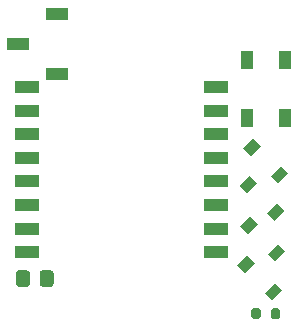
<source format=gbr>
%TF.GenerationSoftware,KiCad,Pcbnew,(5.1.9)-1*%
%TF.CreationDate,2021-06-07T11:13:51+02:00*%
%TF.ProjectId,esp32PicoD4,65737033-3250-4696-936f-44342e6b6963,rev?*%
%TF.SameCoordinates,Original*%
%TF.FileFunction,Paste,Bot*%
%TF.FilePolarity,Positive*%
%FSLAX46Y46*%
G04 Gerber Fmt 4.6, Leading zero omitted, Abs format (unit mm)*
G04 Created by KiCad (PCBNEW (5.1.9)-1) date 2021-06-07 11:13:51*
%MOMM*%
%LPD*%
G01*
G04 APERTURE LIST*
%ADD10R,1.900000X1.000000*%
%ADD11C,0.100000*%
%ADD12R,1.000000X1.500000*%
%ADD13R,2.000000X1.000000*%
G04 APERTURE END LIST*
%TO.C,R9*%
G36*
G01*
X207093000Y-102087000D02*
X207093000Y-102637000D01*
G75*
G02*
X206893000Y-102837000I-200000J0D01*
G01*
X206493000Y-102837000D01*
G75*
G02*
X206293000Y-102637000I0J200000D01*
G01*
X206293000Y-102087000D01*
G75*
G02*
X206493000Y-101887000I200000J0D01*
G01*
X206893000Y-101887000D01*
G75*
G02*
X207093000Y-102087000I0J-200000D01*
G01*
G37*
G36*
G01*
X208743000Y-102087000D02*
X208743000Y-102637000D01*
G75*
G02*
X208543000Y-102837000I-200000J0D01*
G01*
X208143000Y-102837000D01*
G75*
G02*
X207943000Y-102637000I0J200000D01*
G01*
X207943000Y-102087000D01*
G75*
G02*
X208143000Y-101887000I200000J0D01*
G01*
X208543000Y-101887000D01*
G75*
G02*
X208743000Y-102087000I0J-200000D01*
G01*
G37*
%TD*%
D10*
%TO.C,J2*%
X189864000Y-76962000D03*
X189864000Y-82042000D03*
X186564000Y-79502000D03*
%TD*%
D11*
%TO.C,D7*%
G36*
X206736462Y-91333934D02*
G01*
X205887934Y-92182462D01*
X205251538Y-91546066D01*
X206100066Y-90697538D01*
X206736462Y-91333934D01*
G37*
G36*
X209069914Y-93667386D02*
G01*
X208221386Y-94515914D01*
X207584990Y-93879518D01*
X208433518Y-93030990D01*
X209069914Y-93667386D01*
G37*
%TD*%
%TO.C,D6*%
G36*
X206839736Y-94739208D02*
G01*
X205991208Y-95587736D01*
X205354812Y-94951340D01*
X206203340Y-94102812D01*
X206839736Y-94739208D01*
G37*
G36*
X209173188Y-97072660D02*
G01*
X208324660Y-97921188D01*
X207688264Y-97284792D01*
X208536792Y-96436264D01*
X209173188Y-97072660D01*
G37*
%TD*%
%TO.C,D5*%
G36*
X206585736Y-98041208D02*
G01*
X205737208Y-98889736D01*
X205100812Y-98253340D01*
X205949340Y-97404812D01*
X206585736Y-98041208D01*
G37*
G36*
X208919188Y-100374660D02*
G01*
X208070660Y-101223188D01*
X207434264Y-100586792D01*
X208282792Y-99738264D01*
X208919188Y-100374660D01*
G37*
%TD*%
%TO.C,D2*%
G36*
X207942264Y-90680792D02*
G01*
X208790792Y-89832264D01*
X209427188Y-90468660D01*
X208578660Y-91317188D01*
X207942264Y-90680792D01*
G37*
G36*
X205608812Y-88347340D02*
G01*
X206457340Y-87498812D01*
X207093736Y-88135208D01*
X206245208Y-88983736D01*
X205608812Y-88347340D01*
G37*
%TD*%
D12*
%TO.C,D3*%
X209118000Y-85762000D03*
X205918000Y-85762000D03*
X209118000Y-80862000D03*
X205918000Y-80862000D03*
%TD*%
%TO.C,R4*%
G36*
G01*
X188360000Y-99850001D02*
X188360000Y-98949999D01*
G75*
G02*
X188609999Y-98700000I249999J0D01*
G01*
X189310001Y-98700000D01*
G75*
G02*
X189560000Y-98949999I0J-249999D01*
G01*
X189560000Y-99850001D01*
G75*
G02*
X189310001Y-100100000I-249999J0D01*
G01*
X188609999Y-100100000D01*
G75*
G02*
X188360000Y-99850001I0J249999D01*
G01*
G37*
G36*
G01*
X186360000Y-99850001D02*
X186360000Y-98949999D01*
G75*
G02*
X186609999Y-98700000I249999J0D01*
G01*
X187310001Y-98700000D01*
G75*
G02*
X187560000Y-98949999I0J-249999D01*
G01*
X187560000Y-99850001D01*
G75*
G02*
X187310001Y-100100000I-249999J0D01*
G01*
X186609999Y-100100000D01*
G75*
G02*
X186360000Y-99850001I0J249999D01*
G01*
G37*
%TD*%
D13*
%TO.C,RFM95*%
X203326000Y-97170000D03*
X203326000Y-95170000D03*
X203326000Y-93170000D03*
X203326000Y-91170000D03*
X203326000Y-89170000D03*
X203326000Y-87170000D03*
X203326000Y-85170000D03*
X203326000Y-83170000D03*
X187326000Y-83170000D03*
X187326000Y-85170000D03*
X187326000Y-87170000D03*
X187326000Y-89170000D03*
X187326000Y-91170000D03*
X187326000Y-93170000D03*
X187326000Y-95170000D03*
X187326000Y-97170000D03*
%TD*%
M02*

</source>
